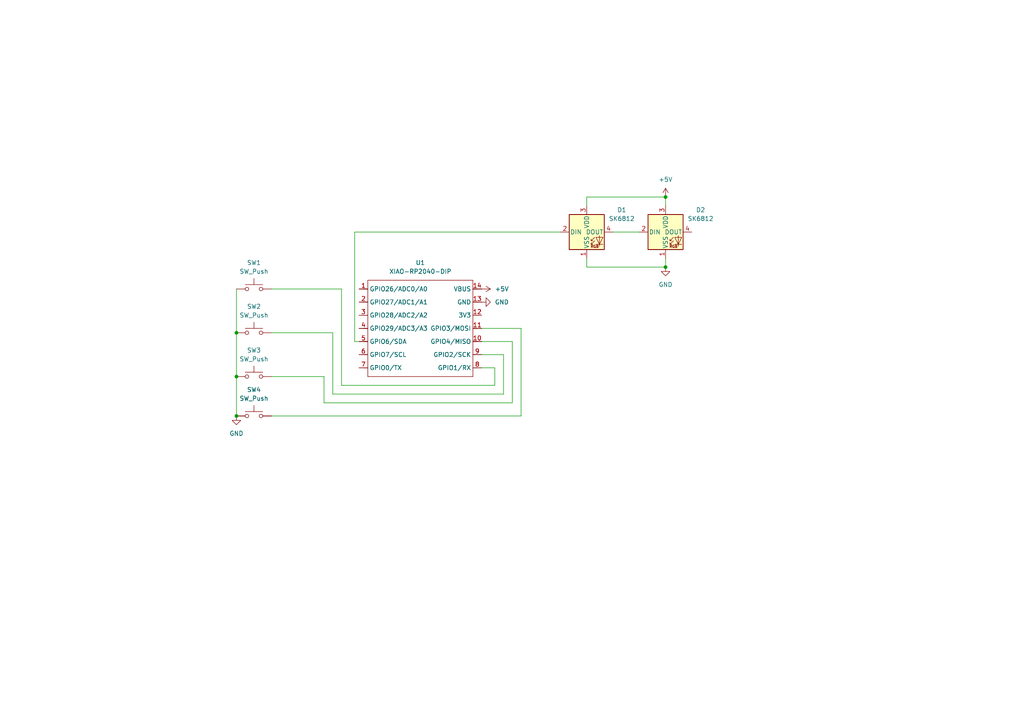
<source format=kicad_sch>
(kicad_sch
	(version 20250114)
	(generator "eeschema")
	(generator_version "9.0")
	(uuid "b94b9436-50c4-4a18-98fe-823c2515a5f9")
	(paper "A4")
	(lib_symbols
		(symbol "LED:SK6812"
			(pin_names
				(offset 0.254)
			)
			(exclude_from_sim no)
			(in_bom yes)
			(on_board yes)
			(property "Reference" "D"
				(at 5.08 5.715 0)
				(effects
					(font
						(size 1.27 1.27)
					)
					(justify right bottom)
				)
			)
			(property "Value" "SK6812"
				(at 1.27 -5.715 0)
				(effects
					(font
						(size 1.27 1.27)
					)
					(justify left top)
				)
			)
			(property "Footprint" "LED_SMD:LED_SK6812_PLCC4_5.0x5.0mm_P3.2mm"
				(at 1.27 -7.62 0)
				(effects
					(font
						(size 1.27 1.27)
					)
					(justify left top)
					(hide yes)
				)
			)
			(property "Datasheet" "https://cdn-shop.adafruit.com/product-files/1138/SK6812+LED+datasheet+.pdf"
				(at 2.54 -9.525 0)
				(effects
					(font
						(size 1.27 1.27)
					)
					(justify left top)
					(hide yes)
				)
			)
			(property "Description" "RGB LED with integrated controller"
				(at 0 0 0)
				(effects
					(font
						(size 1.27 1.27)
					)
					(hide yes)
				)
			)
			(property "ki_keywords" "RGB LED NeoPixel addressable"
				(at 0 0 0)
				(effects
					(font
						(size 1.27 1.27)
					)
					(hide yes)
				)
			)
			(property "ki_fp_filters" "LED*SK6812*PLCC*5.0x5.0mm*P3.2mm*"
				(at 0 0 0)
				(effects
					(font
						(size 1.27 1.27)
					)
					(hide yes)
				)
			)
			(symbol "SK6812_0_0"
				(text "RGB"
					(at 2.286 -4.191 0)
					(effects
						(font
							(size 0.762 0.762)
						)
					)
				)
			)
			(symbol "SK6812_0_1"
				(polyline
					(pts
						(xy 1.27 -2.54) (xy 1.778 -2.54)
					)
					(stroke
						(width 0)
						(type default)
					)
					(fill
						(type none)
					)
				)
				(polyline
					(pts
						(xy 1.27 -3.556) (xy 1.778 -3.556)
					)
					(stroke
						(width 0)
						(type default)
					)
					(fill
						(type none)
					)
				)
				(polyline
					(pts
						(xy 2.286 -1.524) (xy 1.27 -2.54) (xy 1.27 -2.032)
					)
					(stroke
						(width 0)
						(type default)
					)
					(fill
						(type none)
					)
				)
				(polyline
					(pts
						(xy 2.286 -2.54) (xy 1.27 -3.556) (xy 1.27 -3.048)
					)
					(stroke
						(width 0)
						(type default)
					)
					(fill
						(type none)
					)
				)
				(polyline
					(pts
						(xy 3.683 -1.016) (xy 3.683 -3.556) (xy 3.683 -4.064)
					)
					(stroke
						(width 0)
						(type default)
					)
					(fill
						(type none)
					)
				)
				(polyline
					(pts
						(xy 4.699 -1.524) (xy 2.667 -1.524) (xy 3.683 -3.556) (xy 4.699 -1.524)
					)
					(stroke
						(width 0)
						(type default)
					)
					(fill
						(type none)
					)
				)
				(polyline
					(pts
						(xy 4.699 -3.556) (xy 2.667 -3.556)
					)
					(stroke
						(width 0)
						(type default)
					)
					(fill
						(type none)
					)
				)
				(rectangle
					(start 5.08 5.08)
					(end -5.08 -5.08)
					(stroke
						(width 0.254)
						(type default)
					)
					(fill
						(type background)
					)
				)
			)
			(symbol "SK6812_1_1"
				(pin input line
					(at -7.62 0 0)
					(length 2.54)
					(name "DIN"
						(effects
							(font
								(size 1.27 1.27)
							)
						)
					)
					(number "2"
						(effects
							(font
								(size 1.27 1.27)
							)
						)
					)
				)
				(pin power_in line
					(at 0 7.62 270)
					(length 2.54)
					(name "VDD"
						(effects
							(font
								(size 1.27 1.27)
							)
						)
					)
					(number "3"
						(effects
							(font
								(size 1.27 1.27)
							)
						)
					)
				)
				(pin power_in line
					(at 0 -7.62 90)
					(length 2.54)
					(name "VSS"
						(effects
							(font
								(size 1.27 1.27)
							)
						)
					)
					(number "1"
						(effects
							(font
								(size 1.27 1.27)
							)
						)
					)
				)
				(pin output line
					(at 7.62 0 180)
					(length 2.54)
					(name "DOUT"
						(effects
							(font
								(size 1.27 1.27)
							)
						)
					)
					(number "4"
						(effects
							(font
								(size 1.27 1.27)
							)
						)
					)
				)
			)
			(embedded_fonts no)
		)
		(symbol "OPL Lib:XIAO-RP2040-DIP"
			(exclude_from_sim no)
			(in_bom yes)
			(on_board yes)
			(property "Reference" "U"
				(at 0 0 0)
				(effects
					(font
						(size 1.27 1.27)
					)
				)
			)
			(property "Value" "XIAO-RP2040-DIP"
				(at 5.334 -1.778 0)
				(effects
					(font
						(size 1.27 1.27)
					)
				)
			)
			(property "Footprint" "Module:MOUDLE14P-XIAO-DIP-SMD"
				(at 14.478 -32.258 0)
				(effects
					(font
						(size 1.27 1.27)
					)
					(hide yes)
				)
			)
			(property "Datasheet" ""
				(at 0 0 0)
				(effects
					(font
						(size 1.27 1.27)
					)
					(hide yes)
				)
			)
			(property "Description" ""
				(at 0 0 0)
				(effects
					(font
						(size 1.27 1.27)
					)
					(hide yes)
				)
			)
			(symbol "XIAO-RP2040-DIP_1_0"
				(polyline
					(pts
						(xy -1.27 -2.54) (xy 29.21 -2.54)
					)
					(stroke
						(width 0.1524)
						(type solid)
					)
					(fill
						(type none)
					)
				)
				(polyline
					(pts
						(xy -1.27 -5.08) (xy -2.54 -5.08)
					)
					(stroke
						(width 0.1524)
						(type solid)
					)
					(fill
						(type none)
					)
				)
				(polyline
					(pts
						(xy -1.27 -5.08) (xy -1.27 -2.54)
					)
					(stroke
						(width 0.1524)
						(type solid)
					)
					(fill
						(type none)
					)
				)
				(polyline
					(pts
						(xy -1.27 -8.89) (xy -2.54 -8.89)
					)
					(stroke
						(width 0.1524)
						(type solid)
					)
					(fill
						(type none)
					)
				)
				(polyline
					(pts
						(xy -1.27 -8.89) (xy -1.27 -5.08)
					)
					(stroke
						(width 0.1524)
						(type solid)
					)
					(fill
						(type none)
					)
				)
				(polyline
					(pts
						(xy -1.27 -12.7) (xy -2.54 -12.7)
					)
					(stroke
						(width 0.1524)
						(type solid)
					)
					(fill
						(type none)
					)
				)
				(polyline
					(pts
						(xy -1.27 -12.7) (xy -1.27 -8.89)
					)
					(stroke
						(width 0.1524)
						(type solid)
					)
					(fill
						(type none)
					)
				)
				(polyline
					(pts
						(xy -1.27 -16.51) (xy -2.54 -16.51)
					)
					(stroke
						(width 0.1524)
						(type solid)
					)
					(fill
						(type none)
					)
				)
				(polyline
					(pts
						(xy -1.27 -16.51) (xy -1.27 -12.7)
					)
					(stroke
						(width 0.1524)
						(type solid)
					)
					(fill
						(type none)
					)
				)
				(polyline
					(pts
						(xy -1.27 -20.32) (xy -2.54 -20.32)
					)
					(stroke
						(width 0.1524)
						(type solid)
					)
					(fill
						(type none)
					)
				)
				(polyline
					(pts
						(xy -1.27 -24.13) (xy -2.54 -24.13)
					)
					(stroke
						(width 0.1524)
						(type solid)
					)
					(fill
						(type none)
					)
				)
				(polyline
					(pts
						(xy -1.27 -27.94) (xy -2.54 -27.94)
					)
					(stroke
						(width 0.1524)
						(type solid)
					)
					(fill
						(type none)
					)
				)
				(polyline
					(pts
						(xy -1.27 -30.48) (xy -1.27 -16.51)
					)
					(stroke
						(width 0.1524)
						(type solid)
					)
					(fill
						(type none)
					)
				)
				(polyline
					(pts
						(xy 29.21 -2.54) (xy 29.21 -5.08)
					)
					(stroke
						(width 0.1524)
						(type solid)
					)
					(fill
						(type none)
					)
				)
				(polyline
					(pts
						(xy 29.21 -5.08) (xy 29.21 -8.89)
					)
					(stroke
						(width 0.1524)
						(type solid)
					)
					(fill
						(type none)
					)
				)
				(polyline
					(pts
						(xy 29.21 -8.89) (xy 29.21 -12.7)
					)
					(stroke
						(width 0.1524)
						(type solid)
					)
					(fill
						(type none)
					)
				)
				(polyline
					(pts
						(xy 29.21 -12.7) (xy 29.21 -30.48)
					)
					(stroke
						(width 0.1524)
						(type solid)
					)
					(fill
						(type none)
					)
				)
				(polyline
					(pts
						(xy 29.21 -30.48) (xy -1.27 -30.48)
					)
					(stroke
						(width 0.1524)
						(type solid)
					)
					(fill
						(type none)
					)
				)
				(polyline
					(pts
						(xy 30.48 -5.08) (xy 29.21 -5.08)
					)
					(stroke
						(width 0.1524)
						(type solid)
					)
					(fill
						(type none)
					)
				)
				(polyline
					(pts
						(xy 30.48 -8.89) (xy 29.21 -8.89)
					)
					(stroke
						(width 0.1524)
						(type solid)
					)
					(fill
						(type none)
					)
				)
				(polyline
					(pts
						(xy 30.48 -12.7) (xy 29.21 -12.7)
					)
					(stroke
						(width 0.1524)
						(type solid)
					)
					(fill
						(type none)
					)
				)
				(polyline
					(pts
						(xy 30.48 -16.51) (xy 29.21 -16.51)
					)
					(stroke
						(width 0.1524)
						(type solid)
					)
					(fill
						(type none)
					)
				)
				(polyline
					(pts
						(xy 30.48 -20.32) (xy 29.21 -20.32)
					)
					(stroke
						(width 0.1524)
						(type solid)
					)
					(fill
						(type none)
					)
				)
				(polyline
					(pts
						(xy 30.48 -24.13) (xy 29.21 -24.13)
					)
					(stroke
						(width 0.1524)
						(type solid)
					)
					(fill
						(type none)
					)
				)
				(polyline
					(pts
						(xy 30.48 -27.94) (xy 29.21 -27.94)
					)
					(stroke
						(width 0.1524)
						(type solid)
					)
					(fill
						(type none)
					)
				)
				(pin passive line
					(at -3.81 -5.08 0)
					(length 2.54)
					(name "GPIO26/ADC0/A0"
						(effects
							(font
								(size 1.27 1.27)
							)
						)
					)
					(number "1"
						(effects
							(font
								(size 1.27 1.27)
							)
						)
					)
				)
				(pin passive line
					(at -3.81 -8.89 0)
					(length 2.54)
					(name "GPIO27/ADC1/A1"
						(effects
							(font
								(size 1.27 1.27)
							)
						)
					)
					(number "2"
						(effects
							(font
								(size 1.27 1.27)
							)
						)
					)
				)
				(pin passive line
					(at -3.81 -12.7 0)
					(length 2.54)
					(name "GPIO28/ADC2/A2"
						(effects
							(font
								(size 1.27 1.27)
							)
						)
					)
					(number "3"
						(effects
							(font
								(size 1.27 1.27)
							)
						)
					)
				)
				(pin passive line
					(at -3.81 -16.51 0)
					(length 2.54)
					(name "GPIO29/ADC3/A3"
						(effects
							(font
								(size 1.27 1.27)
							)
						)
					)
					(number "4"
						(effects
							(font
								(size 1.27 1.27)
							)
						)
					)
				)
				(pin passive line
					(at -3.81 -20.32 0)
					(length 2.54)
					(name "GPIO6/SDA"
						(effects
							(font
								(size 1.27 1.27)
							)
						)
					)
					(number "5"
						(effects
							(font
								(size 1.27 1.27)
							)
						)
					)
				)
				(pin passive line
					(at -3.81 -24.13 0)
					(length 2.54)
					(name "GPIO7/SCL"
						(effects
							(font
								(size 1.27 1.27)
							)
						)
					)
					(number "6"
						(effects
							(font
								(size 1.27 1.27)
							)
						)
					)
				)
				(pin passive line
					(at -3.81 -27.94 0)
					(length 2.54)
					(name "GPIO0/TX"
						(effects
							(font
								(size 1.27 1.27)
							)
						)
					)
					(number "7"
						(effects
							(font
								(size 1.27 1.27)
							)
						)
					)
				)
				(pin passive line
					(at 31.75 -5.08 180)
					(length 2.54)
					(name "VBUS"
						(effects
							(font
								(size 1.27 1.27)
							)
						)
					)
					(number "14"
						(effects
							(font
								(size 1.27 1.27)
							)
						)
					)
				)
				(pin passive line
					(at 31.75 -8.89 180)
					(length 2.54)
					(name "GND"
						(effects
							(font
								(size 1.27 1.27)
							)
						)
					)
					(number "13"
						(effects
							(font
								(size 1.27 1.27)
							)
						)
					)
				)
				(pin passive line
					(at 31.75 -12.7 180)
					(length 2.54)
					(name "3V3"
						(effects
							(font
								(size 1.27 1.27)
							)
						)
					)
					(number "12"
						(effects
							(font
								(size 1.27 1.27)
							)
						)
					)
				)
				(pin passive line
					(at 31.75 -16.51 180)
					(length 2.54)
					(name "GPIO3/MOSI"
						(effects
							(font
								(size 1.27 1.27)
							)
						)
					)
					(number "11"
						(effects
							(font
								(size 1.27 1.27)
							)
						)
					)
				)
				(pin passive line
					(at 31.75 -20.32 180)
					(length 2.54)
					(name "GPIO4/MISO"
						(effects
							(font
								(size 1.27 1.27)
							)
						)
					)
					(number "10"
						(effects
							(font
								(size 1.27 1.27)
							)
						)
					)
				)
				(pin passive line
					(at 31.75 -24.13 180)
					(length 2.54)
					(name "GPIO2/SCK"
						(effects
							(font
								(size 1.27 1.27)
							)
						)
					)
					(number "9"
						(effects
							(font
								(size 1.27 1.27)
							)
						)
					)
				)
				(pin passive line
					(at 31.75 -27.94 180)
					(length 2.54)
					(name "GPIO1/RX"
						(effects
							(font
								(size 1.27 1.27)
							)
						)
					)
					(number "8"
						(effects
							(font
								(size 1.27 1.27)
							)
						)
					)
				)
			)
			(embedded_fonts no)
		)
		(symbol "Switch:SW_Push"
			(pin_numbers
				(hide yes)
			)
			(pin_names
				(offset 1.016)
				(hide yes)
			)
			(exclude_from_sim no)
			(in_bom yes)
			(on_board yes)
			(property "Reference" "SW"
				(at 1.27 2.54 0)
				(effects
					(font
						(size 1.27 1.27)
					)
					(justify left)
				)
			)
			(property "Value" "SW_Push"
				(at 0 -1.524 0)
				(effects
					(font
						(size 1.27 1.27)
					)
				)
			)
			(property "Footprint" ""
				(at 0 5.08 0)
				(effects
					(font
						(size 1.27 1.27)
					)
					(hide yes)
				)
			)
			(property "Datasheet" "~"
				(at 0 5.08 0)
				(effects
					(font
						(size 1.27 1.27)
					)
					(hide yes)
				)
			)
			(property "Description" "Push button switch, generic, two pins"
				(at 0 0 0)
				(effects
					(font
						(size 1.27 1.27)
					)
					(hide yes)
				)
			)
			(property "ki_keywords" "switch normally-open pushbutton push-button"
				(at 0 0 0)
				(effects
					(font
						(size 1.27 1.27)
					)
					(hide yes)
				)
			)
			(symbol "SW_Push_0_1"
				(circle
					(center -2.032 0)
					(radius 0.508)
					(stroke
						(width 0)
						(type default)
					)
					(fill
						(type none)
					)
				)
				(polyline
					(pts
						(xy 0 1.27) (xy 0 3.048)
					)
					(stroke
						(width 0)
						(type default)
					)
					(fill
						(type none)
					)
				)
				(circle
					(center 2.032 0)
					(radius 0.508)
					(stroke
						(width 0)
						(type default)
					)
					(fill
						(type none)
					)
				)
				(polyline
					(pts
						(xy 2.54 1.27) (xy -2.54 1.27)
					)
					(stroke
						(width 0)
						(type default)
					)
					(fill
						(type none)
					)
				)
				(pin passive line
					(at -5.08 0 0)
					(length 2.54)
					(name "1"
						(effects
							(font
								(size 1.27 1.27)
							)
						)
					)
					(number "1"
						(effects
							(font
								(size 1.27 1.27)
							)
						)
					)
				)
				(pin passive line
					(at 5.08 0 180)
					(length 2.54)
					(name "2"
						(effects
							(font
								(size 1.27 1.27)
							)
						)
					)
					(number "2"
						(effects
							(font
								(size 1.27 1.27)
							)
						)
					)
				)
			)
			(embedded_fonts no)
		)
		(symbol "power:+5V"
			(power)
			(pin_numbers
				(hide yes)
			)
			(pin_names
				(offset 0)
				(hide yes)
			)
			(exclude_from_sim no)
			(in_bom yes)
			(on_board yes)
			(property "Reference" "#PWR"
				(at 0 -3.81 0)
				(effects
					(font
						(size 1.27 1.27)
					)
					(hide yes)
				)
			)
			(property "Value" "+5V"
				(at 0 3.556 0)
				(effects
					(font
						(size 1.27 1.27)
					)
				)
			)
			(property "Footprint" ""
				(at 0 0 0)
				(effects
					(font
						(size 1.27 1.27)
					)
					(hide yes)
				)
			)
			(property "Datasheet" ""
				(at 0 0 0)
				(effects
					(font
						(size 1.27 1.27)
					)
					(hide yes)
				)
			)
			(property "Description" "Power symbol creates a global label with name \"+5V\""
				(at 0 0 0)
				(effects
					(font
						(size 1.27 1.27)
					)
					(hide yes)
				)
			)
			(property "ki_keywords" "global power"
				(at 0 0 0)
				(effects
					(font
						(size 1.27 1.27)
					)
					(hide yes)
				)
			)
			(symbol "+5V_0_1"
				(polyline
					(pts
						(xy -0.762 1.27) (xy 0 2.54)
					)
					(stroke
						(width 0)
						(type default)
					)
					(fill
						(type none)
					)
				)
				(polyline
					(pts
						(xy 0 2.54) (xy 0.762 1.27)
					)
					(stroke
						(width 0)
						(type default)
					)
					(fill
						(type none)
					)
				)
				(polyline
					(pts
						(xy 0 0) (xy 0 2.54)
					)
					(stroke
						(width 0)
						(type default)
					)
					(fill
						(type none)
					)
				)
			)
			(symbol "+5V_1_1"
				(pin power_in line
					(at 0 0 90)
					(length 0)
					(name "~"
						(effects
							(font
								(size 1.27 1.27)
							)
						)
					)
					(number "1"
						(effects
							(font
								(size 1.27 1.27)
							)
						)
					)
				)
			)
			(embedded_fonts no)
		)
		(symbol "power:GND"
			(power)
			(pin_numbers
				(hide yes)
			)
			(pin_names
				(offset 0)
				(hide yes)
			)
			(exclude_from_sim no)
			(in_bom yes)
			(on_board yes)
			(property "Reference" "#PWR"
				(at 0 -6.35 0)
				(effects
					(font
						(size 1.27 1.27)
					)
					(hide yes)
				)
			)
			(property "Value" "GND"
				(at 0 -3.81 0)
				(effects
					(font
						(size 1.27 1.27)
					)
				)
			)
			(property "Footprint" ""
				(at 0 0 0)
				(effects
					(font
						(size 1.27 1.27)
					)
					(hide yes)
				)
			)
			(property "Datasheet" ""
				(at 0 0 0)
				(effects
					(font
						(size 1.27 1.27)
					)
					(hide yes)
				)
			)
			(property "Description" "Power symbol creates a global label with name \"GND\" , ground"
				(at 0 0 0)
				(effects
					(font
						(size 1.27 1.27)
					)
					(hide yes)
				)
			)
			(property "ki_keywords" "global power"
				(at 0 0 0)
				(effects
					(font
						(size 1.27 1.27)
					)
					(hide yes)
				)
			)
			(symbol "GND_0_1"
				(polyline
					(pts
						(xy 0 0) (xy 0 -1.27) (xy 1.27 -1.27) (xy 0 -2.54) (xy -1.27 -1.27) (xy 0 -1.27)
					)
					(stroke
						(width 0)
						(type default)
					)
					(fill
						(type none)
					)
				)
			)
			(symbol "GND_1_1"
				(pin power_in line
					(at 0 0 270)
					(length 0)
					(name "~"
						(effects
							(font
								(size 1.27 1.27)
							)
						)
					)
					(number "1"
						(effects
							(font
								(size 1.27 1.27)
							)
						)
					)
				)
			)
			(embedded_fonts no)
		)
	)
	(junction
		(at 68.58 96.52)
		(diameter 0)
		(color 0 0 0 0)
		(uuid "005218f3-2487-447b-87a8-7e35029892bb")
	)
	(junction
		(at 193.04 57.15)
		(diameter 0)
		(color 0 0 0 0)
		(uuid "07460637-2870-4027-bb5c-a996ae34919f")
	)
	(junction
		(at 68.58 109.22)
		(diameter 0)
		(color 0 0 0 0)
		(uuid "13b9dad5-5fe0-4c8d-9d25-b10e9fbcda50")
	)
	(junction
		(at 193.04 77.47)
		(diameter 0)
		(color 0 0 0 0)
		(uuid "976c757a-547a-46bf-8de4-1fd20abdb54a")
	)
	(junction
		(at 68.58 120.65)
		(diameter 0)
		(color 0 0 0 0)
		(uuid "b27aaddb-6723-4cad-8a5f-c08b67c1d229")
	)
	(wire
		(pts
			(xy 68.58 83.82) (xy 68.58 96.52)
		)
		(stroke
			(width 0)
			(type default)
		)
		(uuid "0189d0a5-5b05-4204-9361-d889d04f5697")
	)
	(wire
		(pts
			(xy 96.52 114.3) (xy 146.05 114.3)
		)
		(stroke
			(width 0)
			(type default)
		)
		(uuid "0587d374-8610-483e-b206-d2f660d88fe1")
	)
	(wire
		(pts
			(xy 143.51 111.76) (xy 143.51 106.68)
		)
		(stroke
			(width 0)
			(type default)
		)
		(uuid "07d34edf-81be-45b1-b4b3-06bbbe3edfc6")
	)
	(wire
		(pts
			(xy 78.74 120.65) (xy 151.13 120.65)
		)
		(stroke
			(width 0)
			(type default)
		)
		(uuid "08d5ef6a-052d-40b8-9f6c-1ce2066b54fd")
	)
	(wire
		(pts
			(xy 193.04 77.47) (xy 193.04 74.93)
		)
		(stroke
			(width 0)
			(type default)
		)
		(uuid "0d531c25-2762-4cf6-948c-16445431c682")
	)
	(wire
		(pts
			(xy 170.18 57.15) (xy 193.04 57.15)
		)
		(stroke
			(width 0)
			(type default)
		)
		(uuid "19f9887b-b7a8-42d4-978e-3b9d32687e6e")
	)
	(wire
		(pts
			(xy 139.7 102.87) (xy 146.05 102.87)
		)
		(stroke
			(width 0)
			(type default)
		)
		(uuid "26353196-ecbb-486a-b763-0c159da29392")
	)
	(wire
		(pts
			(xy 99.06 83.82) (xy 99.06 111.76)
		)
		(stroke
			(width 0)
			(type default)
		)
		(uuid "2c567404-6865-4375-9279-4bdbcd629c8d")
	)
	(wire
		(pts
			(xy 148.59 99.06) (xy 139.7 99.06)
		)
		(stroke
			(width 0)
			(type default)
		)
		(uuid "34001371-3c77-45ff-add2-ef75ac455ac7")
	)
	(wire
		(pts
			(xy 78.74 109.22) (xy 93.98 109.22)
		)
		(stroke
			(width 0)
			(type default)
		)
		(uuid "3fa954c1-b4c4-4a50-935d-eddb4a15a5ce")
	)
	(wire
		(pts
			(xy 170.18 74.93) (xy 170.18 77.47)
		)
		(stroke
			(width 0)
			(type default)
		)
		(uuid "4581e781-f3b1-40d5-b319-49643092f853")
	)
	(wire
		(pts
			(xy 96.52 96.52) (xy 96.52 114.3)
		)
		(stroke
			(width 0)
			(type default)
		)
		(uuid "487a878e-f975-4cc1-8035-2d0b922bbbe4")
	)
	(wire
		(pts
			(xy 102.87 99.06) (xy 102.87 67.31)
		)
		(stroke
			(width 0)
			(type default)
		)
		(uuid "50c2e8ec-a257-4e0d-888c-3cbf541054c9")
	)
	(wire
		(pts
			(xy 177.8 67.31) (xy 185.42 67.31)
		)
		(stroke
			(width 0)
			(type default)
		)
		(uuid "53aa135a-5db8-4f06-9027-48d96b1d21c5")
	)
	(wire
		(pts
			(xy 193.04 57.15) (xy 193.04 59.69)
		)
		(stroke
			(width 0)
			(type default)
		)
		(uuid "5599cafa-efab-44ac-8a39-48b08f49a853")
	)
	(wire
		(pts
			(xy 78.74 96.52) (xy 96.52 96.52)
		)
		(stroke
			(width 0)
			(type default)
		)
		(uuid "6f993531-6eda-461d-8508-53c7b1ffc82f")
	)
	(wire
		(pts
			(xy 170.18 77.47) (xy 193.04 77.47)
		)
		(stroke
			(width 0)
			(type default)
		)
		(uuid "71442d65-b75b-4391-a5d8-9ef393975751")
	)
	(wire
		(pts
			(xy 104.14 99.06) (xy 102.87 99.06)
		)
		(stroke
			(width 0)
			(type default)
		)
		(uuid "89cbdfff-bc0d-4440-9ac4-8cfb5aa1fd9e")
	)
	(wire
		(pts
			(xy 102.87 67.31) (xy 162.56 67.31)
		)
		(stroke
			(width 0)
			(type default)
		)
		(uuid "8c257e87-4f9e-446f-a54e-13deb196bb14")
	)
	(wire
		(pts
			(xy 146.05 114.3) (xy 146.05 102.87)
		)
		(stroke
			(width 0)
			(type default)
		)
		(uuid "9421eeee-0aa3-4b7c-be83-4cd8ecfe033f")
	)
	(wire
		(pts
			(xy 93.98 116.84) (xy 148.59 116.84)
		)
		(stroke
			(width 0)
			(type default)
		)
		(uuid "95dcc9a3-9397-4e5f-951b-17b2c6497e58")
	)
	(wire
		(pts
			(xy 68.58 96.52) (xy 68.58 109.22)
		)
		(stroke
			(width 0)
			(type default)
		)
		(uuid "9cf2ed79-de14-45a2-b2ea-586f910037c0")
	)
	(wire
		(pts
			(xy 143.51 106.68) (xy 139.7 106.68)
		)
		(stroke
			(width 0)
			(type default)
		)
		(uuid "9f3776a4-fc2d-411d-b4fa-ee087ec8b1a3")
	)
	(wire
		(pts
			(xy 148.59 116.84) (xy 148.59 99.06)
		)
		(stroke
			(width 0)
			(type default)
		)
		(uuid "a4d59e97-e78e-4f80-a55f-76c1d39fa9ec")
	)
	(wire
		(pts
			(xy 99.06 111.76) (xy 143.51 111.76)
		)
		(stroke
			(width 0)
			(type default)
		)
		(uuid "ac0ce0a7-b277-4707-bc9f-6d56fc57cf2c")
	)
	(wire
		(pts
			(xy 93.98 109.22) (xy 93.98 116.84)
		)
		(stroke
			(width 0)
			(type default)
		)
		(uuid "b09cae0b-a079-40a1-9460-87bd6234a8f3")
	)
	(wire
		(pts
			(xy 78.74 83.82) (xy 99.06 83.82)
		)
		(stroke
			(width 0)
			(type default)
		)
		(uuid "b1f7ed79-404d-4f2f-b515-dee843d2007b")
	)
	(wire
		(pts
			(xy 68.58 109.22) (xy 68.58 120.65)
		)
		(stroke
			(width 0)
			(type default)
		)
		(uuid "c40c5a67-f9aa-4ff5-a7f0-ce8eefaf3b95")
	)
	(wire
		(pts
			(xy 139.7 95.25) (xy 151.13 95.25)
		)
		(stroke
			(width 0)
			(type default)
		)
		(uuid "c436a486-c964-415e-83e4-03c17c405d3e")
	)
	(wire
		(pts
			(xy 170.18 59.69) (xy 170.18 57.15)
		)
		(stroke
			(width 0)
			(type default)
		)
		(uuid "cbe616a0-5c49-4601-9529-8d7b149ec2bc")
	)
	(wire
		(pts
			(xy 151.13 120.65) (xy 151.13 95.25)
		)
		(stroke
			(width 0)
			(type default)
		)
		(uuid "d6b33753-f306-40d5-a474-ba01ca6e6721")
	)
	(symbol
		(lib_id "LED:SK6812")
		(at 193.04 67.31 0)
		(unit 1)
		(exclude_from_sim no)
		(in_bom yes)
		(on_board yes)
		(dnp no)
		(fields_autoplaced yes)
		(uuid "0474e935-b606-4d48-b7d2-146803889b20")
		(property "Reference" "D2"
			(at 203.2 60.8898 0)
			(effects
				(font
					(size 1.27 1.27)
				)
			)
		)
		(property "Value" "SK6812"
			(at 203.2 63.4298 0)
			(effects
				(font
					(size 1.27 1.27)
				)
			)
		)
		(property "Footprint" "LED_SMD:LED_SK6812MINI_PLCC4_3.5x3.5mm_P1.75mm"
			(at 194.31 74.93 0)
			(effects
				(font
					(size 1.27 1.27)
				)
				(justify left top)
				(hide yes)
			)
		)
		(property "Datasheet" "https://cdn-shop.adafruit.com/product-files/1138/SK6812+LED+datasheet+.pdf"
			(at 195.58 76.835 0)
			(effects
				(font
					(size 1.27 1.27)
				)
				(justify left top)
				(hide yes)
			)
		)
		(property "Description" "RGB LED with integrated controller"
			(at 193.04 67.31 0)
			(effects
				(font
					(size 1.27 1.27)
				)
				(hide yes)
			)
		)
		(pin "3"
			(uuid "d2ac1ffe-fb7f-49de-b2dd-37dcd0d67296")
		)
		(pin "2"
			(uuid "b9d48cba-b40b-4a43-84d6-7d47bf291ad2")
		)
		(pin "4"
			(uuid "ed1e1b27-b9c2-4ee1-b77f-5fd2563c5e3b")
		)
		(pin "1"
			(uuid "b6f926c6-5e0f-493d-b64f-efc1bcb74a61")
		)
		(instances
			(project "Macropad HackClub"
				(path "/b94b9436-50c4-4a18-98fe-823c2515a5f9"
					(reference "D2")
					(unit 1)
				)
			)
		)
	)
	(symbol
		(lib_id "OPL Lib:XIAO-RP2040-DIP")
		(at 107.95 78.74 0)
		(unit 1)
		(exclude_from_sim no)
		(in_bom yes)
		(on_board yes)
		(dnp no)
		(fields_autoplaced yes)
		(uuid "21f52ffa-2778-4d94-bdab-f57add25133c")
		(property "Reference" "U1"
			(at 121.92 76.2 0)
			(effects
				(font
					(size 1.27 1.27)
				)
			)
		)
		(property "Value" "XIAO-RP2040-DIP"
			(at 121.92 78.74 0)
			(effects
				(font
					(size 1.27 1.27)
				)
			)
		)
		(property "Footprint" "OPL foot Lib:XIAO-RP2040-DIP"
			(at 122.428 110.998 0)
			(effects
				(font
					(size 1.27 1.27)
				)
				(hide yes)
			)
		)
		(property "Datasheet" ""
			(at 107.95 78.74 0)
			(effects
				(font
					(size 1.27 1.27)
				)
				(hide yes)
			)
		)
		(property "Description" ""
			(at 107.95 78.74 0)
			(effects
				(font
					(size 1.27 1.27)
				)
				(hide yes)
			)
		)
		(pin "5"
			(uuid "aca896cf-1fef-4529-8253-af8389a7095e")
		)
		(pin "11"
			(uuid "1850333d-53dc-49e2-a4ae-41308d19fe86")
		)
		(pin "9"
			(uuid "2c232ec3-748e-45a5-861d-9b86016fca13")
		)
		(pin "3"
			(uuid "61ba2260-3bfd-4179-ac38-9d371b113eaa")
		)
		(pin "1"
			(uuid "531715e1-222a-4355-8410-830da65c31a8")
		)
		(pin "4"
			(uuid "db790803-c4fd-4143-add1-995e3969f93b")
		)
		(pin "2"
			(uuid "5047030f-b050-4c30-8f5d-2cc628e4ebdd")
		)
		(pin "6"
			(uuid "6f84ba6f-7f4d-4e00-a487-f1fe40cab8ac")
		)
		(pin "7"
			(uuid "e5338162-f1a1-4dc5-9d80-5eb141df9f86")
		)
		(pin "14"
			(uuid "8869bb3c-2149-4728-b868-3bbf5a15d527")
		)
		(pin "13"
			(uuid "e7d24c1b-5f51-4e47-899c-9b6859cd3535")
		)
		(pin "12"
			(uuid "4f6ad854-54b6-4995-af05-678e8e2593cf")
		)
		(pin "10"
			(uuid "ad78a0bc-8251-43b1-ae47-0ca1704edff4")
		)
		(pin "8"
			(uuid "799932d8-4b08-4e28-b287-db49ac37957a")
		)
		(instances
			(project ""
				(path "/b94b9436-50c4-4a18-98fe-823c2515a5f9"
					(reference "U1")
					(unit 1)
				)
			)
		)
	)
	(symbol
		(lib_id "Switch:SW_Push")
		(at 73.66 83.82 0)
		(unit 1)
		(exclude_from_sim no)
		(in_bom yes)
		(on_board yes)
		(dnp no)
		(fields_autoplaced yes)
		(uuid "3095aba7-27e0-4852-bcab-3ddc421b488e")
		(property "Reference" "SW1"
			(at 73.66 76.2 0)
			(effects
				(font
					(size 1.27 1.27)
				)
			)
		)
		(property "Value" "SW_Push"
			(at 73.66 78.74 0)
			(effects
				(font
					(size 1.27 1.27)
				)
			)
		)
		(property "Footprint" "Button_Switch_Keyboard:SW_Cherry_MX_1.00u_PCB"
			(at 73.66 78.74 0)
			(effects
				(font
					(size 1.27 1.27)
				)
				(hide yes)
			)
		)
		(property "Datasheet" "~"
			(at 73.66 78.74 0)
			(effects
				(font
					(size 1.27 1.27)
				)
				(hide yes)
			)
		)
		(property "Description" "Push button switch, generic, two pins"
			(at 73.66 83.82 0)
			(effects
				(font
					(size 1.27 1.27)
				)
				(hide yes)
			)
		)
		(pin "2"
			(uuid "2127b1b2-d2c5-4ded-83a4-743aeea3c26b")
		)
		(pin "1"
			(uuid "c84ca2e3-9508-4b40-867b-a2722866aef1")
		)
		(instances
			(project ""
				(path "/b94b9436-50c4-4a18-98fe-823c2515a5f9"
					(reference "SW1")
					(unit 1)
				)
			)
		)
	)
	(symbol
		(lib_id "power:+5V")
		(at 139.7 83.82 270)
		(unit 1)
		(exclude_from_sim no)
		(in_bom yes)
		(on_board yes)
		(dnp no)
		(fields_autoplaced yes)
		(uuid "729341c1-b623-4130-9932-dc4884db560d")
		(property "Reference" "#PWR01"
			(at 135.89 83.82 0)
			(effects
				(font
					(size 1.27 1.27)
				)
				(hide yes)
			)
		)
		(property "Value" "+5V"
			(at 143.51 83.8199 90)
			(effects
				(font
					(size 1.27 1.27)
				)
				(justify left)
			)
		)
		(property "Footprint" ""
			(at 139.7 83.82 0)
			(effects
				(font
					(size 1.27 1.27)
				)
				(hide yes)
			)
		)
		(property "Datasheet" ""
			(at 139.7 83.82 0)
			(effects
				(font
					(size 1.27 1.27)
				)
				(hide yes)
			)
		)
		(property "Description" "Power symbol creates a global label with name \"+5V\""
			(at 139.7 83.82 0)
			(effects
				(font
					(size 1.27 1.27)
				)
				(hide yes)
			)
		)
		(pin "1"
			(uuid "d67fbc72-9dfc-47ce-b85c-ecd846afeda1")
		)
		(instances
			(project ""
				(path "/b94b9436-50c4-4a18-98fe-823c2515a5f9"
					(reference "#PWR01")
					(unit 1)
				)
			)
		)
	)
	(symbol
		(lib_id "LED:SK6812")
		(at 170.18 67.31 0)
		(unit 1)
		(exclude_from_sim no)
		(in_bom yes)
		(on_board yes)
		(dnp no)
		(fields_autoplaced yes)
		(uuid "82e1e19f-be85-4d41-8c5c-df1ffcac69c3")
		(property "Reference" "D1"
			(at 180.34 60.8898 0)
			(effects
				(font
					(size 1.27 1.27)
				)
			)
		)
		(property "Value" "SK6812"
			(at 180.34 63.4298 0)
			(effects
				(font
					(size 1.27 1.27)
				)
			)
		)
		(property "Footprint" "LED_SMD:LED_SK6812MINI_PLCC4_3.5x3.5mm_P1.75mm"
			(at 171.45 74.93 0)
			(effects
				(font
					(size 1.27 1.27)
				)
				(justify left top)
				(hide yes)
			)
		)
		(property "Datasheet" "https://cdn-shop.adafruit.com/product-files/1138/SK6812+LED+datasheet+.pdf"
			(at 172.72 76.835 0)
			(effects
				(font
					(size 1.27 1.27)
				)
				(justify left top)
				(hide yes)
			)
		)
		(property "Description" "RGB LED with integrated controller"
			(at 170.18 67.31 0)
			(effects
				(font
					(size 1.27 1.27)
				)
				(hide yes)
			)
		)
		(pin "3"
			(uuid "a305971d-9f53-43ad-9e84-8911ca969bf2")
		)
		(pin "2"
			(uuid "31e65c3d-c84f-4b81-b03a-23e526769995")
		)
		(pin "4"
			(uuid "a9ee48fd-c819-4966-b68a-088b9c4fca84")
		)
		(pin "1"
			(uuid "3025ea36-f528-433b-9658-6aa77e0a2fec")
		)
		(instances
			(project ""
				(path "/b94b9436-50c4-4a18-98fe-823c2515a5f9"
					(reference "D1")
					(unit 1)
				)
			)
		)
	)
	(symbol
		(lib_id "power:GND")
		(at 139.7 87.63 90)
		(unit 1)
		(exclude_from_sim no)
		(in_bom yes)
		(on_board yes)
		(dnp no)
		(fields_autoplaced yes)
		(uuid "84d6c686-b4a9-4a7c-8ce6-0fd2740505ad")
		(property "Reference" "#PWR02"
			(at 146.05 87.63 0)
			(effects
				(font
					(size 1.27 1.27)
				)
				(hide yes)
			)
		)
		(property "Value" "GND"
			(at 143.51 87.6299 90)
			(effects
				(font
					(size 1.27 1.27)
				)
				(justify right)
			)
		)
		(property "Footprint" ""
			(at 139.7 87.63 0)
			(effects
				(font
					(size 1.27 1.27)
				)
				(hide yes)
			)
		)
		(property "Datasheet" ""
			(at 139.7 87.63 0)
			(effects
				(font
					(size 1.27 1.27)
				)
				(hide yes)
			)
		)
		(property "Description" "Power symbol creates a global label with name \"GND\" , ground"
			(at 139.7 87.63 0)
			(effects
				(font
					(size 1.27 1.27)
				)
				(hide yes)
			)
		)
		(pin "1"
			(uuid "31e3fb7a-7846-45a9-a44b-bf5c9703f4d3")
		)
		(instances
			(project ""
				(path "/b94b9436-50c4-4a18-98fe-823c2515a5f9"
					(reference "#PWR02")
					(unit 1)
				)
			)
		)
	)
	(symbol
		(lib_id "Switch:SW_Push")
		(at 73.66 109.22 0)
		(unit 1)
		(exclude_from_sim no)
		(in_bom yes)
		(on_board yes)
		(dnp no)
		(fields_autoplaced yes)
		(uuid "8bd48a47-97a8-4258-88df-30e3b139dd8f")
		(property "Reference" "SW3"
			(at 73.66 101.6 0)
			(effects
				(font
					(size 1.27 1.27)
				)
			)
		)
		(property "Value" "SW_Push"
			(at 73.66 104.14 0)
			(effects
				(font
					(size 1.27 1.27)
				)
			)
		)
		(property "Footprint" "Button_Switch_Keyboard:SW_Cherry_MX_1.00u_PCB"
			(at 73.66 104.14 0)
			(effects
				(font
					(size 1.27 1.27)
				)
				(hide yes)
			)
		)
		(property "Datasheet" "~"
			(at 73.66 104.14 0)
			(effects
				(font
					(size 1.27 1.27)
				)
				(hide yes)
			)
		)
		(property "Description" "Push button switch, generic, two pins"
			(at 73.66 109.22 0)
			(effects
				(font
					(size 1.27 1.27)
				)
				(hide yes)
			)
		)
		(pin "2"
			(uuid "56dbac80-184d-4430-80a2-fd75a25ff1d1")
		)
		(pin "1"
			(uuid "541f0db8-5aa2-4b2a-94b1-c736fa169d08")
		)
		(instances
			(project "Macropad HackClub"
				(path "/b94b9436-50c4-4a18-98fe-823c2515a5f9"
					(reference "SW3")
					(unit 1)
				)
			)
		)
	)
	(symbol
		(lib_id "Switch:SW_Push")
		(at 73.66 120.65 0)
		(unit 1)
		(exclude_from_sim no)
		(in_bom yes)
		(on_board yes)
		(dnp no)
		(fields_autoplaced yes)
		(uuid "8e9b34dd-b4c3-4cc2-a292-048fbde26a0d")
		(property "Reference" "SW4"
			(at 73.66 113.03 0)
			(effects
				(font
					(size 1.27 1.27)
				)
			)
		)
		(property "Value" "SW_Push"
			(at 73.66 115.57 0)
			(effects
				(font
					(size 1.27 1.27)
				)
			)
		)
		(property "Footprint" "Button_Switch_Keyboard:SW_Cherry_MX_1.00u_PCB"
			(at 73.66 115.57 0)
			(effects
				(font
					(size 1.27 1.27)
				)
				(hide yes)
			)
		)
		(property "Datasheet" "~"
			(at 73.66 115.57 0)
			(effects
				(font
					(size 1.27 1.27)
				)
				(hide yes)
			)
		)
		(property "Description" "Push button switch, generic, two pins"
			(at 73.66 120.65 0)
			(effects
				(font
					(size 1.27 1.27)
				)
				(hide yes)
			)
		)
		(pin "2"
			(uuid "46f6a901-367a-44bd-bfe2-1e814169d71d")
		)
		(pin "1"
			(uuid "990d46a8-124a-4683-b5b5-069e2dd7c324")
		)
		(instances
			(project "Macropad HackClub"
				(path "/b94b9436-50c4-4a18-98fe-823c2515a5f9"
					(reference "SW4")
					(unit 1)
				)
			)
		)
	)
	(symbol
		(lib_id "power:+5V")
		(at 193.04 57.15 0)
		(unit 1)
		(exclude_from_sim no)
		(in_bom yes)
		(on_board yes)
		(dnp no)
		(fields_autoplaced yes)
		(uuid "9b2f386d-d1f2-41de-b9b0-8b2ca48e6907")
		(property "Reference" "#PWR04"
			(at 193.04 60.96 0)
			(effects
				(font
					(size 1.27 1.27)
				)
				(hide yes)
			)
		)
		(property "Value" "+5V"
			(at 193.04 52.07 0)
			(effects
				(font
					(size 1.27 1.27)
				)
			)
		)
		(property "Footprint" ""
			(at 193.04 57.15 0)
			(effects
				(font
					(size 1.27 1.27)
				)
				(hide yes)
			)
		)
		(property "Datasheet" ""
			(at 193.04 57.15 0)
			(effects
				(font
					(size 1.27 1.27)
				)
				(hide yes)
			)
		)
		(property "Description" "Power symbol creates a global label with name \"+5V\""
			(at 193.04 57.15 0)
			(effects
				(font
					(size 1.27 1.27)
				)
				(hide yes)
			)
		)
		(pin "1"
			(uuid "d2502f4b-0d31-401e-8025-e675e113d5be")
		)
		(instances
			(project ""
				(path "/b94b9436-50c4-4a18-98fe-823c2515a5f9"
					(reference "#PWR04")
					(unit 1)
				)
			)
		)
	)
	(symbol
		(lib_id "power:GND")
		(at 68.58 120.65 0)
		(unit 1)
		(exclude_from_sim no)
		(in_bom yes)
		(on_board yes)
		(dnp no)
		(fields_autoplaced yes)
		(uuid "a019f3aa-09f3-4e27-9467-1bad89ae1353")
		(property "Reference" "#PWR03"
			(at 68.58 127 0)
			(effects
				(font
					(size 1.27 1.27)
				)
				(hide yes)
			)
		)
		(property "Value" "GND"
			(at 68.58 125.73 0)
			(effects
				(font
					(size 1.27 1.27)
				)
			)
		)
		(property "Footprint" ""
			(at 68.58 120.65 0)
			(effects
				(font
					(size 1.27 1.27)
				)
				(hide yes)
			)
		)
		(property "Datasheet" ""
			(at 68.58 120.65 0)
			(effects
				(font
					(size 1.27 1.27)
				)
				(hide yes)
			)
		)
		(property "Description" "Power symbol creates a global label with name \"GND\" , ground"
			(at 68.58 120.65 0)
			(effects
				(font
					(size 1.27 1.27)
				)
				(hide yes)
			)
		)
		(pin "1"
			(uuid "e4bdfe51-6492-49de-a1b7-b1f9d8f3d183")
		)
		(instances
			(project ""
				(path "/b94b9436-50c4-4a18-98fe-823c2515a5f9"
					(reference "#PWR03")
					(unit 1)
				)
			)
		)
	)
	(symbol
		(lib_id "Switch:SW_Push")
		(at 73.66 96.52 0)
		(unit 1)
		(exclude_from_sim no)
		(in_bom yes)
		(on_board yes)
		(dnp no)
		(fields_autoplaced yes)
		(uuid "b471847b-ee8f-4212-91d4-6aae3594c47b")
		(property "Reference" "SW2"
			(at 73.66 88.9 0)
			(effects
				(font
					(size 1.27 1.27)
				)
			)
		)
		(property "Value" "SW_Push"
			(at 73.66 91.44 0)
			(effects
				(font
					(size 1.27 1.27)
				)
			)
		)
		(property "Footprint" "Button_Switch_Keyboard:SW_Cherry_MX_1.00u_PCB"
			(at 73.66 91.44 0)
			(effects
				(font
					(size 1.27 1.27)
				)
				(hide yes)
			)
		)
		(property "Datasheet" "~"
			(at 73.66 91.44 0)
			(effects
				(font
					(size 1.27 1.27)
				)
				(hide yes)
			)
		)
		(property "Description" "Push button switch, generic, two pins"
			(at 73.66 96.52 0)
			(effects
				(font
					(size 1.27 1.27)
				)
				(hide yes)
			)
		)
		(pin "2"
			(uuid "d34b6f44-108b-4eb5-98bc-9f184b8d777e")
		)
		(pin "1"
			(uuid "3c85db4f-4803-4413-bb0f-7dc967ceb57f")
		)
		(instances
			(project "Macropad HackClub"
				(path "/b94b9436-50c4-4a18-98fe-823c2515a5f9"
					(reference "SW2")
					(unit 1)
				)
			)
		)
	)
	(symbol
		(lib_id "power:GND")
		(at 193.04 77.47 0)
		(unit 1)
		(exclude_from_sim no)
		(in_bom yes)
		(on_board yes)
		(dnp no)
		(fields_autoplaced yes)
		(uuid "c2478f77-99c5-43ab-b1ec-ff78a9254791")
		(property "Reference" "#PWR05"
			(at 193.04 83.82 0)
			(effects
				(font
					(size 1.27 1.27)
				)
				(hide yes)
			)
		)
		(property "Value" "GND"
			(at 193.04 82.55 0)
			(effects
				(font
					(size 1.27 1.27)
				)
			)
		)
		(property "Footprint" ""
			(at 193.04 77.47 0)
			(effects
				(font
					(size 1.27 1.27)
				)
				(hide yes)
			)
		)
		(property "Datasheet" ""
			(at 193.04 77.47 0)
			(effects
				(font
					(size 1.27 1.27)
				)
				(hide yes)
			)
		)
		(property "Description" "Power symbol creates a global label with name \"GND\" , ground"
			(at 193.04 77.47 0)
			(effects
				(font
					(size 1.27 1.27)
				)
				(hide yes)
			)
		)
		(pin "1"
			(uuid "c4d6585f-3e9f-40d3-8244-bad4b45b83ed")
		)
		(instances
			(project ""
				(path "/b94b9436-50c4-4a18-98fe-823c2515a5f9"
					(reference "#PWR05")
					(unit 1)
				)
			)
		)
	)
	(sheet_instances
		(path "/"
			(page "1")
		)
	)
	(embedded_fonts no)
)

</source>
